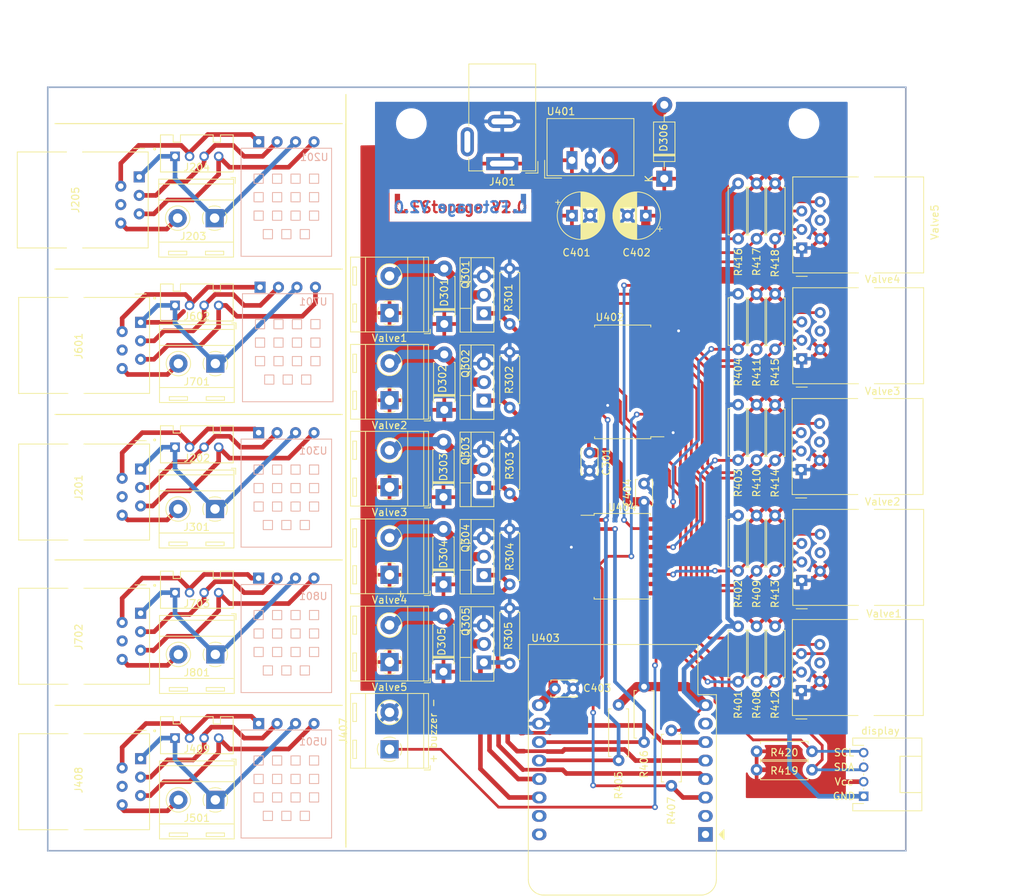
<source format=kicad_pcb>
(kicad_pcb (version 20211014) (generator pcbnew)
  (layers (0 "F.Cu" signal) (31 "B.Cu" signal) (34 "B.Paste" user) (35 "F.Paste" user) (36 "B.SilkS" user "B.Silkscreen") (37 "F.SilkS" user "F.Silkscreen") (38 "B.Mask" user) (39 "F.Mask" user) (44 "Edge.Cuts" user))
  (net 0 "")
  (net 1 "/Main board/s1")
  (net 2 "/Main board/s2")
  (net 3 "+3V3")
  (net 4 "GND")
  (net 5 "/Main board/s3")
  (net 6 "Net-(D306-Pad2)")
  (net 7 "/Main board/s4")
  (net 8 "Net-(J402-Pad3)")
  (net 9 "Net-(R405-Pad1)")
  (net 10 "/Main board/b1")
  (net 11 "/Main board/v1")
  (net 12 "/Main board/v2")
  (net 13 "/Main board/v3")
  (net 14 "/Main board/v4")
  (net 15 "/Main board/v5")
  (net 16 "Net-(R406-Pad1)")
  (net 17 "Net-(R407-Pad1)")
  (net 18 "Net-(J402-Pad4)")
  (net 26 "+5V")
  (net 27 "/12VA")
  (net 28 "Net-(D301-Pad2)")
  (net 29 "Net-(D302-Pad2)")
  (net 30 "Net-(D303-Pad2)")
  (net 31 "Net-(D304-Pad2)")
  (net 32 "Net-(D305-Pad2)")
  (net 33 "Net-(J201-Pad2)")
  (net 34 "Net-(J201-Pad3)")
  (net 36 "Net-(J201-Pad5)")
  (net 37 "Net-(J201-Pad6)")
  (net 38 "Net-(J403-Pad3)")
  (net 39 "Net-(J403-Pad5)")
  (net 41 "Net-(J404-Pad3)")
  (net 43 "Net-(J404-Pad5)")
  (net 44 "Net-(J405-Pad3)")
  (net 46 "Net-(J405-Pad5)")
  (net 47 "Net-(J408-Pad2)")
  (net 49 "Net-(J408-Pad3)")
  (net 50 "Net-(J406-Pad3)")
  (net 52 "Net-(J406-Pad5)")
  (net 53 "Net-(J408-Pad5)")
  (net 54 "Net-(J408-Pad6)")
  (net 56 "Net-(J601-Pad2)")
  (net 57 "Net-(J601-Pad3)")
  (net 58 "Net-(J601-Pad5)")
  (net 60 "Net-(J601-Pad6)")
  (net 61 "/Cabinet/shield")
  (net 62 "/Cabinet1/shield")
  (net 63 "/Cabinet2/shield")
  (net 64 "/Cabinet3/shield")
  (net 65 "Net-(J410-Pad3)")
  (net 70 "Net-(J702-Pad2)")
  (net 71 "Net-(J702-Pad3)")
  (net 72 "Net-(J702-Pad5)")
  (net 73 "Net-(J702-Pad6)")
  (net 74 "/Cabinet4/shield")
  (net 75 "Net-(J203-Pad2)")
  (net 76 "Net-(J204-Pad2)")
  (net 77 "Net-(J204-Pad3)")
  (net 78 "Net-(J204-Pad4)")
  (net 81 "/Main board/s5")
  (net 82 "Net-(J410-Pad5)")
  (footprint "MountingHole:MountingHole_3.2mm_M3" (layer "F.Cu") (at 164 156)
    (fp_text reference "H303" hide)
    (fp_text value "MountingHole")
  )
  (footprint "Converter_DCDC:Converter_DCDC_TRACO_TSR-1_THT" (layer "F.Cu") (at 132.08 66.04)
    (fp_text reference "U401")
    (fp_text value "TSR_1-2450")
  )
  (footprint "Package_TO_SOT_THT:TO-220-3_Vertical" (layer "F.Cu") (at 119.973 123.094 90)
    (fp_text reference "Q304")
    (fp_text value "IRLZ34N")
  )
  (footprint "Resistor_THT:R_Axial_DIN0207_L6.3mm_D2.5mm_P7.62mm_Horizontal" (layer "F.Cu") (at 157.48 84.455 -90)
    (fp_text reference "R411")
    (fp_text value "4k7")
  )
  (footprint "Resistor_THT:R_Axial_DIN0207_L6.3mm_D2.5mm_P7.62mm_Horizontal" (layer "F.Cu") (at 165.1 147.32 180)
    (fp_text reference "R420")
    (fp_text value "4k7")
  )
  (footprint "TerminalBlock_RND:TerminalBlock_RND_205-00287_1x02_P5.08mm_Horizontal" (layer "F.Cu") (at 107 111 90)
    (fp_text reference "J305" hide)
    (fp_text value "Valve3")
  )
  (footprint "Connector_RJ:RJ12_Amphenol_54601" (layer "F.Cu") (at 163.68 123.82 90)
    (fp_text reference "J404" hide)
    (fp_text value "Valve2")
  )
  (footprint "Resistor_THT:R_Axial_DIN0207_L6.3mm_D2.5mm_P7.62mm_Horizontal" (layer "F.Cu") (at 165.1 149.86 180)
    (fp_text reference "R419")
    (fp_text value "4k7")
  )
  (footprint "Capacitor_THT:C_Disc_D3.4mm_W2.1mm_P2.50mm" (layer "F.Cu") (at 134.5 106.25 -90)
    (fp_text reference "C301")
    (fp_text value "22n")
  )
  (footprint "TerminalBlock_RND:TerminalBlock_RND_205-00287_1x02_P5.08mm_Horizontal" (layer "F.Cu") (at 82.945 74 180)
    (fp_text reference "J203")
    (fp_text value "Screw_Terminal_01x02")
  )
  (footprint "Resistor_THT:R_Axial_DIN0207_L6.3mm_D2.5mm_P7.62mm_Horizontal" (layer "F.Cu") (at 154.94 137.755 90)
    (fp_text reference "R401")
    (fp_text value "10k")
  )
  (footprint "Package_TO_SOT_THT:TO-220-3_Vertical" (layer "F.Cu") (at 119.973 87.094 90)
    (fp_text reference "Q301")
    (fp_text value "IRLZ34N")
  )
  (footprint "Connector_RJ:RJ12_Amphenol_54601" (layer "F.Cu") (at 72.58 68.33 -90)
    (fp_text reference "J205")
    (fp_text value "6P6C")
  )
  (footprint "Resistor_THT:R_Axial_DIN0207_L6.3mm_D2.5mm_P7.62mm_Horizontal" (layer "F.Cu") (at 154.94 122.515 90)
    (fp_text reference "R402")
    (fp_text value "10k")
  )
  (footprint "Resistor_THT:R_Axial_DIN0207_L6.3mm_D2.5mm_P7.62mm_Horizontal" (layer "F.Cu") (at 154.94 76.835 90)
    (fp_text reference "R416")
    (fp_text value "10k")
  )
  (footprint "TerminalBlock_RND:TerminalBlock_RND_205-00287_1x02_P5.08mm_Horizontal" (layer "F.Cu") (at 83.045 94 180)
    (fp_text reference "J701")
    (fp_text value "Screw_Terminal_01x02")
  )
  (footprint "Diode_THT:D_DO-41_SOD81_P7.62mm_Horizontal" (layer "F.Cu") (at 114.416 112.364 90)
    (fp_text reference "D303")
    (fp_text value "1N4007")
  )
  (footprint "TerminalBlock_RND:TerminalBlock_RND_205-00287_1x02_P5.08mm_Horizontal" (layer "F.Cu") (at 107 123.045 90)
    (fp_text reference "J306" hide)
    (fp_text value "Valve4")
  )
  (footprint "Connector_RJ:RJ12_Amphenol_54601" (layer "F.Cu") (at 72.77 128.33 -90)
    (fp_text reference "J702")
    (fp_text value "6P6C")
  )
  (footprint "Package_SO:SOIC-24W_7.5x15.4mm_P1.27mm" (layer "F.Cu") (at 139.065 96.52 180)
    (fp_text reference "U402")
    (fp_text value "PCA9548ADW")
  )
  (footprint "TerminalBlock_RND:TerminalBlock_RND_205-00287_1x02_P5.08mm_Horizontal" (layer "F.Cu") (at 107 87.045 90)
    (fp_text reference "J303" hide)
    (fp_text value "Valve1")
  )
  (footprint "Resistor_THT:R_Axial_DIN0207_L6.3mm_D2.5mm_P7.62mm_Horizontal" (layer "F.Cu") (at 160.02 99.695 -90)
    (fp_text reference "R414")
    (fp_text value "4k7")
  )
  (footprint "Resistor_THT:R_Axial_DIN0207_L6.3mm_D2.5mm_P7.62mm_Horizontal" (layer "F.Cu") (at 138.5 148.56 90)
    (fp_text reference "R405")
    (fp_text value "4k7")
  )
  (footprint "Resistor_THT:R_Axial_DIN0207_L6.3mm_D2.5mm_P7.62mm_Horizontal" (layer "F.Cu") (at 157.48 69.215 -90)
    (fp_text reference "R417")
    (fp_text value "4k7")
  )
  (footprint "NVH_Library:grove_4p_vert" (layer "F.Cu") (at 80.5 86)
    (fp_text reference "J602")
    (fp_text value "I2C")
  )
  (footprint "TerminalBlock_RND:TerminalBlock_RND_205-00287_1x02_P5.08mm_Horizontal" (layer "F.Cu") (at 107 135.045 90)
    (fp_text reference "J307" hide)
    (fp_text value "Valve5")
  )
  (footprint "Diode_THT:D_DO-41_SOD81_P10.16mm_Horizontal" (layer "F.Cu") (at 144.78 68.58 90)
    (fp_text reference "D306")
    (fp_text value "1N5817")
  )
  (footprint "Diode_THT:D_DO-41_SOD81_P7.62mm_Horizontal" (layer "F.Cu") (at 114.528 88.554 90)
    (fp_text reference "D301")
    (fp_text value "1N4007")
  )
  (footprint "Resistor_THT:R_Axial_DIN0207_L6.3mm_D2.5mm_P7.62mm_Horizontal" (layer "F.Cu") (at 123.528 111.864 90)
    (fp_text reference "R303")
    (fp_text value "4k7")
  )
  (footprint "Capacitor_THT:C_Disc_D3.4mm_W2.1mm_P2.50mm" (layer "F.Cu") (at 129.75 138.684)
    (fp_text reference "C403")
    (fp_text value "22n")
  )
  (footprint "Connector_RJ:RJ12_Amphenol_54601" (layer "F.Cu") (at 72.77 148.33 -90)
    (fp_text reference "J408")
    (fp_text value "6P6C")
  )
  (footprint "TerminalBlock_RND:TerminalBlock_RND_205-00287_1x02_P5.08mm_Horizontal" (layer "F.Cu") (at 83 114 180)
    (fp_text reference "J301")
    (fp_text value "Screw_Terminal_01x02")
  )
  (footprint "Resistor_THT:R_Axial_DIN0207_L6.3mm_D2.5mm_P7.62mm_Horizontal" (layer "F.Cu") (at 160.02 69.215 -90)
    (fp_text reference "R418")
    (fp_text value "4k7")
  )
  (footprint "NVH_Library:Lilis" (layer "F.Cu") (at 108.5 72)
    (fp_text reference "G***" hide)
    (fp_text value "LOGO" hide)
  )
  (footprint "Resistor_THT:R_Axial_DIN0207_L6.3mm_D2.5mm_P7.62mm_Horizontal" (layer "F.Cu") (at 123.528 100.054 90)
    (fp_text reference "R302")
    (fp_text value "4k7")
  )
  (footprint "NVH_Library:grove_4p_vert" (layer "F.Cu") (at 80.5 65.5)
    (fp_text reference "J204")
    (fp_text value "I2C")
  )
  (footprint "Package_TO_SOT_THT:TO-220-3_Vertical" (layer "F.Cu") (at 119.973 99.094 90)
    (fp_text reference "Q302")
    (fp_text value "IRLZ34N")
  )
  (footprint "Resistor_THT:R_Axial_DIN0207_L6.3mm_D2.5mm_P7.62mm_Horizontal" (layer "F.Cu") (at 157.48 99.655 -90)
    (fp_text reference "R410")
    (fp_text value "4k7")
  )
  (footprint "TerminalBlock_RND:TerminalBlock_RND_205-00287_1x02_P5.08mm_Horizontal" (layer "F.Cu") (at 107 147.045 90)
    (fp_text reference "J407")
    (fp_text value "+ buzzer -")
  )
  (footprint "Resistor_THT:R_Axial_DIN0207_L6.3mm_D2.5mm_P7.62mm_Horizontal" (layer "F.Cu") (at 154.94 107.275 90)
    (fp_text reference "R403")
    (fp_text value "10k")
  )
  (footprint "Package_TO_SOT_THT:TO-220-3_Vertical" (layer "F.Cu") (at 119.973 111.094 90)
    (fp_text reference "Q303")
    (fp_text value "IRLZ34N")
  )
  (footprint "Capacitor_THT:CP_Radial_D6.3mm_P2.50mm" (layer "F.Cu") (at 142.24 73.66 180)
    (fp_text reference "C402")
    (fp_text value "10uF/10V")
  )
  (footprint "Diode_THT:D_DO-41_SOD81_P7.62mm_Horizontal" (layer "F.Cu") (at 114.528 100.364 90)
    (fp_text reference "D302")
    (fp_text value "1N4007")
  )
  (footprint "Package_SO:SOIC-18W_7.5x11.6mm_P1.27mm" (layer "F.Cu") (at 139 120.5)
    (fp_text reference "U404")
    (fp_text value "MCP23008-xSO")
  )
  (footprint "Capacitor_THT:C_Disc_D3.4mm_W2.1mm_P2.50mm" (layer "F.Cu") (at 142 113 90)
    (fp_text reference "C404")
    (fp_text value "22n")
  )
  (footprint "Resistor_THT:R_Axial_DIN0207_L6.3mm_D2.5mm_P7.62mm_Horizontal" (layer "F.Cu") (at 160.02 130.135 -90)
    (fp_text reference "R412")
    (fp_text value "4k7")
  )
  (footprint "Resistor_THT:R_Axial_DIN0207_L6.3mm_D2.5mm_P7.62mm_Horizontal" (layer "F.Cu") (at 160.02 114.895 -90)
    (fp_text reference "R413")
    (fp_text value "4k7")
  )
  (footprint "Resistor_THT:R_Axial_DIN0207_L6.3mm_D2.5mm_P7.62mm_Horizontal" (layer "F.Cu") (at 123.528 88.554 90)
    (fp_text reference "R301")
    (fp_text value "4k7")
  )
  (footprint "NVH_Library:grove_4p_vert" (layer "F.Cu") (at 80.5 105.5)
    (fp_text reference "J202")
    (fp_text value "I2C")
  )
  (footprint "Resistor_THT:R_Axial_DIN0207_L6.3mm_D2.5mm_P7.62mm_Horizontal" (layer "F.Cu") (at 157.48 114.895 -90)
    (fp_text reference "R409")
    (fp_text value "4k7")
  )
  (footprint "Connector_BarrelJack:BarrelJack_Wuerth_6941xx301002" (layer "F.Cu") (at 122.5 66.5 180)
    (fp_text reference "J401")
    (fp_text value "Barrel_Jack_Switch")
  )
  (footprint "NVH_Library:grove_4p_vert" (layer "F.Cu") (at 80.5 125.5)
    (fp_text reference "J703")
    (fp_text value "I2C")
  )
  (footprint "Connector_RJ:RJ12_Amphenol_54601" (layer "F.Cu") (at 163.68 78.1 90)
    (fp_text reference "J410" hide)
    (fp_text value "Valve5")
  )
  (footprint "NVH_Library:grove_4p_hor" (layer "F.Cu") (at 172.2 150.5 90)
    (fp_text reference "J402" hide)
    (fp_text value "display")
  )
  (footprint "NVH_Library:grove_4p_vert" (layer "F.Cu") (at 80.5 145.5)
    (fp_text reference "J409")
    (fp_text value "I2C")
  )
  (footprint "Resistor_THT:R_Axial_DIN0207_L6.3mm_D2.5mm_P7.62mm_Horizontal" (layer "F.Cu") (at 123.528 135.255 90)
    (fp_text reference "R305")
    (fp_text value "4k7")
  )
  (footprint "Resistor_THT:R_Axial_DIN0207_L6.3mm_D2.5mm_P7.62mm_Horizontal" (layer "F.Cu") (at 157.48 130.135 -90)
    (fp_text reference "R408")
    (fp_text value "4k7")
  )
  (footprint "TerminalBlock_RND:TerminalBlock_RND_205-00287_1x02_P5.08mm_Horizontal" (layer "F.Cu") (at 107 99.045 90)
    (fp_text reference "J304" hide)
    (fp_text value "Valve2")
  )
  (footprint "Connector_RJ:RJ12_Amphenol_54601" (layer "F.Cu") (at 72.77 108.5 -90)
    (fp_text reference "J201")
    (fp_text value "6P6C")
  )
  (footprint "Connector_RJ:RJ12_Amphenol_54601" (layer "F.Cu") (at 163.68 93.34 90)
    (fp_text reference "J406" hide)
    (fp_text value "Valve4")
  )
  (footprint "Connector_RJ:RJ12_Amphenol_54601" (layer "F.Cu") (at 163.63 138.97 90)
    (fp_text reference "J403" hide)
    (fp_text value "Valve1")
  )
  (footprint "TerminalBlock_RND:TerminalBlock_RND_205-00287_1x02_P5.08mm_Horizontal" (layer "F.Cu") (at 83.045 154 180)
    (fp_text reference "J501")
    (fp_text value "Screw_Terminal_01x02")
  )
  (footprint "Resistor_THT:R_Axial_DIN0207_L6.3mm_D2.5mm_P7.62mm_Horizontal" (layer "F.Cu") (at 145.75 152.06 90)
    (fp_text reference "R407")
    (fp_text value "10k")
  )
  (footprint "Module:WEMOS_D1_mini_light" (layer "F.Cu") (at 150.445 158.75 180)
    (fp_text reference "U403")
    (fp_text value "WeMos_D1_mini V3")
  )
  (footprint "Resistor_THT:R_Axial_DIN0207_L6.3mm_D2.5mm_P7.62mm_Horizontal" (layer "F.Cu") (at 160.02 84.415 -90)
    (fp_text reference "R415")
    (fp_text value "4k7")
  )
  (footprint "MountingHole:MountingHole_3.2mm_M3" (layer "F.Cu") (at 164 61)
    (fp_text reference "H302" hide)
    (fp_text value "MountingHole")
  )
  (footprint "Diode_THT:D_DO-41_SOD81_P7.62mm_Horizontal" (layer "F.Cu") (at 114.416 124.364 90)
    (fp_text reference "D304")
    (fp_text value "1N4007")
  )
  (footprint "Resistor_THT:R_Axial_DIN0207_L6.3mm_D2.5mm_P7.62mm_Horizontal" (layer "F.Cu") (at 123.528 124.364 90)
    (fp_text reference "R304")
    (fp_text value "4k7")
  )
  (footprint "MountingHole:MountingHole_3.2mm_M3" (layer "F.Cu") (at 110 61)
    (fp_text reference "H301" hide)
    (fp_text value "MountingHole")
  )
  (footprint "Resistor_THT:R_Axial_DIN0207_L6.3mm_D2.5mm_P7.62mm_Horizontal" (layer "F.Cu") (at 142 146.05 90)
    (fp_text reference "R406")
    (fp_text value "4k7")
  )
  (footprint "Capacitor_THT:CP_Radial_D6.3mm_P2.50mm" (layer "F.Cu") (at 132.08 73.66)
    (fp_text reference "C401")
    (fp_text value "10uF/50V")
  )
  (footprint "Connector_RJ:RJ12_Amphenol_54601" (layer "F.Cu") (at 163.6 108.58 90)
    (fp_text reference "J405" hide)
    (fp_text value "Valve3")
  )
  (footprint "Resistor_THT:R_Axial_DIN0207_L6.3mm_D2.5mm_P7.62mm_Horizontal" (layer "F.Cu") (at 154.94 92.035 90)
    (fp_text reference "R404")
    (fp_text value "10k")
  )
  (footprint "Diode_THT:D_DO-41_SOD81_P7.62mm_Horizontal" (layer "F.Cu") (at 114.416 136.364 90)
    (fp_text reference "D305")
    (fp_text value "1N4007")
  )
  (footprint "MountingHole:MountingHole_3.2mm_M3" (layer "F.Cu") (at 110 156)
    (fp_text reference "H304" hide)
    (fp_text value "MountingHole")
  )
  (footprint "TerminalBlock_RND:TerminalBlock_RND_205-00287_1x02_P5.08mm_Horizontal" (layer "F.Cu") (at 83.045 134 180)
    (fp_text reference "J801")
    (fp_text value "Screw_Terminal_01x02")
  )
  (footprint "Connector_RJ:RJ12_Amphenol_54601" (layer "F.Cu") (at 72.77 88.33 -90)
    (fp_text reference "J601")
    (fp_text value "6P6C")
  )
  (footprint "Package_TO_SOT_THT:TO-220-3_Vertical" (layer "F.Cu") (at 119.973 135.094 90)
    (fp_text reference "Q305")
    (fp_text value "IRLZ34N")
  )
  (footprint "NVH_Library:Lilis" (layer "B.Cu") (at 125 72 180)
    (fp_text reference "G***" hide)
    (fp_text value "LOGO" hide)
  )
  (footprint "NVH_Library:AM2320_horizontal" (layer "B.Cu") (at 89 63.5 -90)
    (fp_text reference "U201")
    (fp_text value "AM2320")
  )
  (footprint "NVH_Library:AM2320_horizontal" (layer "B.Cu") (at 89 103.5 -90)
    (fp_text reference "U301")
    (fp_text value "AM2320")
  )
  (footprint "NVH_Library:AM2320_horizontal" (layer "B.Cu") (at 89.19 83.5 -90)
    (fp_text reference "U701")
    (fp_text value "AM2320")
  )
  (footprint "NVH_Library:AM2320_horizontal" (layer "B.Cu") (at 89 123.5 -90)
    (fp_text reference "U801")
    (fp_text value "AM2320")
  )
  (footprint "NVH_Library:AM2320_horizontal" (layer "B.Cu") (at 89 143.5 -90)
    (fp_text reference "U501")
    (fp_text value "AM2320")
  )
  (gr_line (start 178 161) (end 60 161) (layer "F.Cu") (width 0.2))
  (gr_line (start 178 56) (end 178 161) (layer "F.Cu") (width 0.2))
  (gr_line (start 60 56) (end 178 56) (layer "F.Cu") (width 0.2))
  (gr_line (start 60 161) (end 60 56) (layer "F.Cu") (width 0.2))
  (gr_line (start 178 56) (end 178 161) (layer "B.Cu") (width 0.2))
  (gr_line (start 178 161) (end 60 161) (layer "B.Cu") (width 0.2))
  (gr_line (start 60 161) (end 60 56) (layer "B.Cu") (width 0.2))
  (gr_line (start 60 56) (end 178 56) (layer "B.Cu") (width 0.2))
  (gr_line (start 61 101) (end 100.5 101) (layer "F.SilkS") (width 0.15))
  (gr_line (start 61 141) (end 100.5 141) (layer "F.SilkS") (width 0.15))
  (gr_line (start 101 61) (end 101 160.5) (layer "F.SilkS") (width 0.15))
  (gr_line (start 101 57) (end 101 160) (layer "F.SilkS") (width 0.15))
  (gr_line (start 61 61) (end 100.5 61) (layer "F.SilkS") (width 0.15))
  (gr_line (start 61 81) (end 100.5 81) (layer "F.SilkS") (width 0.15))
  (gr_line (start 61 121) (end 100.5 121) (layer "F.SilkS") (width 0.15))
  (gr_line (start 178 56) (end 60 56) (layer "Edge.Cuts") (width 0.1))
  (gr_line (start 60 161) (end 178 161) (layer "Edge.Cuts") (width 0.1))
  (gr_line (start 60 56) (end 60 161) (layer "Edge.Cuts") (width 0.1))
  (gr_line (start 178 161) (end 178 56) (layer "Edge.Cuts") (width 0.1))
  (gr_text "FStorage V2.0" (at 118 72.5) (layer "F.Cu") (effects (font (size 1.5 1.5) (thickness 0.3))))
  (gr_text "FStorage V2.0" (at 115.5 72.5) (layer "B.Cu") (effects (font (size 1.5 1.5) (thickness 0.3)) (justify mirror)))
  (gr_text "Vcc" (at 169.5 151.5) (layer "F.SilkS") (effects (font (size 1 1))))
  (gr_text "GND" (at 169.5 153.5) (layer "F.SilkS") (effects (font (size 1 1))))
  (gr_text "SDA" (at 169.5 149.5) (layer "F.SilkS") (effects (font (size 1 1))))
  (gr_text "SCL" (at 169.5 147.5) (layer "F.SilkS") (effects (font (size 1 1))))
  (gr_text "+ buzzer -" (at 113 144.5 90) (layer "F.SilkS") (effects (font (size 1 1))))
  (gr_text "+" (at 108.528 125.594) (layer "F.SilkS") (effects (font (size 1 1))))
  (segment (start 146.25 125) (end 145.56 124.31) (width 0.381) (layer "F.Cu") (net 1))
  (segment (start 145.56 124.31) (end 143.65 124.31) (width 0.381) (layer "F.Cu") (net 1))
  (segment (start 160.075 132.62) (end 154.94 137.755) (width 0.381) (layer "F.Cu") (net 1))
  (segment (start 146.25 133.25) (end 146.25 125) (width 0.381) (layer "F.Cu") (net 1))
  (segment (start 166.17 132.62) (end 160.075 132.62) (width 0.381) (layer "F.Cu") (net 1))
  (segment (start 150.75 137.75) (end 146.25 133.25) (width 0.381) (layer "F.Cu") (net 1))
  (via (at 150.75 137.75) (size 0.8) (drill 0.4) (layers "F.Cu" "B.Cu") (net 1))
  (segment (start 152.355 137.75) (end 152.4 137.795) (width 0.381) (layer "B.Cu") (net 1))
  (segment (start 152.4 137.795) (end 154.9 137.795) (width 0.381) (layer "B.Cu") (net 1))
  (segment (start 154.9 137.795) (end 154.94 137.755) (width 0.381) (layer "B.Cu") (net 1))
  (segment (start 150.75 137.75) (end 152.355 137.75) (width 0.381) (layer "B.Cu") (net 1))
  (segment (start 151.765 122.515) (end 151.75 122.5) (width 0.381) (layer "F.Cu") (net 2))
  (segment (start 151.75 122.5) (end 152.345 122.5) (width 0.381) (layer "F.Cu") (net 2))
  (segment (start 159.985 117.47) (end 154.94 122.515) (width 0.381) (layer "F.Cu") (net 2))
  (segment (start 152.345 122.5) (end 152.4 122.555) (width 0.381) (layer "F.Cu") (net 2))
  (segment (start 146 123) (end 143.69 123) (width 0.381) (layer "F.Cu") (net 2))
  (segment (start 143.69 123) (end 143.65 123.04) (width 0.381) (layer "F.Cu") (net 2))
  (segment (start 154.94 122.515) (end 151.765 122.515) (width 0.381) (layer "F.Cu") (net 2))
  (segment (start 166.22 117.47) (end 159.985 117.47) (width 0.381) (layer "F.Cu") (net 2))
  (via (at 151.75 122.5) (size 0.8) (drill 0.4) (layers "F.Cu" "B.Cu") (net 2))
  (via (at 146 123) (size 0.8) (drill 0.4) (layers "F.Cu" "B.Cu") (net 2))
  (segment (start 151.75 122.5) (end 151.695 122.555) (width 0.381) (layer "B.Cu") (net 2))
  (segment (start 151.695 122.555) (end 146.445 122.555) (width 0.381) (layer "B.Cu") (net 2))
  (segment (start 146.445 122.555) (end 146 123) (width 0.381) (layer "B.Cu") (net 2))
  (segment (start 154.94 122.515) (end 154.515 122.515) (width 0.381) (layer "B.Cu") (net 2))
  (segment (start 154.515 122.515) (end 154.5 122.5) (width 0.381) (layer "B.Cu") (net 2))
  (segment (start 150.38 140.97) (end 150.445 140.97) (width 0.381) (layer "F.Cu") (net 3))
  (segment (start 145.75 144.44) (end 146.91 144.44) (width 0.381) (layer "F.Cu") (net 3))
  (segment (start 134.415 106.165) (end 134.5 106.25) (width 0.508) (layer "F.Cu") (net 3))
  (segment (start 146.91 144.44) (end 150.38 140.97) (width 0.381) (layer "F.Cu") (net 3))
  (segment (start 143.65 113.9) (end 142.76 113.01) (width 0.381) (layer "F.Cu") (net 3))
  (segment (start 134.415 103.505) (end 134.415 106.165) (width 0.508) (layer "F.Cu") (net 3))
  (segment (start 142 113) (end 140 113) (width 1.27) (layer "F.Cu") (net 3))
  (segment (start 147.905 138.43) (end 150.445 140.97) (width 1.27) (layer "F.Cu") (net 3))
  (segment (start 143.65 115.42) (end 143.65 113.9) (width 0.381) (layer "F.Cu") (net 3))
  (segment (start 142 138.43) (end 141.01 138.43) (width 1.27) (layer "F.Cu") (net 3))
  (segment (start 138.5 111.5) (end 138.5 108) (width 1.27) (layer "F.Cu") (net 3))
  (segment (start 136.75 106.25) (end 134.5 106.25) (width 1.27) (layer "F.Cu") (net 3))
  (segment (start 140 113) (end 138.5 111.5) (width 1.27) (layer "F.Cu") (net 3))
  (segment (start 142.76 113.01) (end 141.605 113.01) (width 0.381) (layer "F.Cu") (net 3))
  (segment (start 141.01 138.43) (end 138.5 140.94) (width 1.27) (layer "F.Cu") (net 3))
  (segment (start 142 138.43) (end 147.905 138.43) (width 1.27) (layer "F.Cu") (net 3))
  (segment (start 138.5 108) (end 136.75 106.25) (width 1.27) (layer "F.Cu") (net 3))
  (segment (start 154.635 130.135) (end 154.94 130.135) (width 0.635) (layer "B.Cu") (net 3))
  (segment (start 147.5 136) (end 147.5 139.095) (width 0.635) (layer "B.Cu") (net 3))
  (segment (start 147.5 139.095) (end 149.375 140.97) (width 0.635) (layer "B.Cu") (net 3))
  (segment (start 154.94 69.215) (end 153.5 70.655) (width 0.635) (layer "B.Cu") (net 3))
  (segment (start 153.365 130.135) (end 147.5 136) (width 0.635) (layer "B.Cu") (net 3))
  (segment (start 142 138.43) (end 142 113) (width 1.27) (layer "B.Cu") (net 3))
  (segment (start 154.94 130.135) (end 153.365 130.135) (width 0.635) (layer "B.Cu") (net 3))
  (segment (start 153.585 84.415) (end 154.94 84.415) (width 0.635) (layer "B.Cu") (net 3))
  (segment (start 153.5 70.655) (end 153.5 84.5) (width 0.635) (layer "B.Cu") (net 3))
  (segment (start 153.5 99.5) (end 153.655 99.655) (width 0.635) (layer "B.Cu") (net 3))
  (segment (start 153.5 115) (end 153.5 129) (width 0.635) (layer "B.Cu") (net 3))
  (segment (start 153.5 129) (end 154.635 130.135) (width 0.635) (layer "B.Cu") (net 3))
  (segment (start 154.94 114.895) (end 153.605 114.895) (width 0.635) (layer "B.Cu") (net 3))
  (segment (start 153.5 84.5) (end 153.5 99.5) (width 0.635) (layer "B.Cu") (net 3))
  (segment (start 153.5 84.5) (end 153.585 84.415) (width 0.635) (layer "B.Cu") (net 3))
  (segment (start 153.605 114.895) (end 153.5 115) (width 0.635) (layer "B.Cu") (net 3))
  (segment (start 153.5 99.5) (end 153.5 115) (width 0.635) (layer "B.Cu") (net 3))
  (segment (start 153.655 99.655) (end 154.94 99.655) (width 0.635) (layer "B.Cu") (net 3))
  (segment (start 132.5 120.5) (end 132 121) (width 0.381) (layer "F.Cu") (net 4))
  (segment (start 132 121) (end 132 125) (width 0.381) (layer "F.Cu") (net 4))
  (segment (start 134.35 120.5) (end 134.35 119.23) (width 0.381) (layer "F.Cu") (net 4))
  (segment (start 136.945 99.695) (end 134.415 99.695) (width 0.381) (layer "F.Cu") (net 4))
  (segment (start 146.715 89.535) (end 146.75 89.5) (width 0.508) (layer "F.Cu") (net 4))
  (segment (start 134.35 117.96) (end 134.35 119.23) (width 0.381) (layer "F.Cu") (net 4))
  (segment (start 132 125) (end 132.58 125.58) (width 0.381) (layer "F.Cu") (net 4))
  (segment (start 143.715 102.235) (end 143.715 103.505) (width 0.381) (layer "F.Cu") (net 4))
  (segment (start 137 99.75) (end 136.945 99.695) (width 0.381) (layer "F.Cu") (net 4))
  (segment (start 145.995 103.505) (end 146 103.5) (width 0.381) (layer "F.Cu") (net 4))
  (segment (start 134.35 119.23) (end 132.02 119.23) (width 0.381) (layer "F.Cu") (net 4))
  (segment (start 132.02 119.23) (end 132 119.25) (width 0.381) (layer "F.Cu") (net 4))
  (segment (start 134.35 120.5) (end 132.5 120.5) (width 0.381) (layer "F.Cu") (net 4))
  (segment (start 143.715 89.535) (end 146.715 89.535) (width 0.508) (layer "F.Cu") (net 4))
  (segment (start 132.58 125.58) (end 134.35 125.58) (width 0.381) (layer "F.Cu") (net 4))
  (segment (start 143.715 103.505) (end 145.995 103.505) (width 0.381) (layer "F.Cu") (net 4))
  (via (at 146.75 89.5) (size 0.8) (drill 0.4) (layers "F.Cu" "B.Cu") (net 4))
  (via (at 132 119.25) (size 0.8) (drill 0.4) (layers "F.Cu" "B.Cu") (net 4))
  (via (at 146 103.5) (size 0.8) (drill 0.4) (layers "F.Cu" "B.Cu") (net 4))
  (via (at 137 99.75) (size 0.8) (drill 0.4) (layers "F.Cu" "B.Cu") (net 4))
  (segment (start 166 153.5) (end 172.2 153.5) (width 0.635) (layer "B.Cu") (net 4))
  (segment (start 162 142.8) (end 162 149.5) (width 0.635) (layer "B.Cu") (net 4))
  (segment (start 162 149.5) (end 166 153.5) (width 0.635) (layer "B.Cu") (net 4))
  (segment (start 163.63 138.97) (end 163.63 141.17) (width 0.635) (layer "B.Cu") (net 4))
  (segment (start 163.63 141.17) (end 162 142.8) (width 0.635) (layer "B.Cu") (net 4))
  (segment (start 166.14 102.23) (end 159.985 102.23) (width 0.381) (layer "F.Cu") (net 5))
  (segment (start 145.98 119.23) (end 146 119.25) (width 0.381) (layer "F.Cu") (net 5))
  (segment (start 143.65 119.23) (end 145.98 119.23) (width 0.381) (layer "F.Cu") (net 5))
  (segment (start 154.9 107.315) (end 154.94 107.275) (width 0.381) (layer "F.Cu") (net 5))
  (segment (start 159.985 102.23) (end 154.94 107.275) (width 0.381) (layer "F.Cu") (net 5))
  (segment (start 151.75 107.315) (end 154.9 107.315) (width 0.381) (layer "F.Cu") (net 5))
  (via (at 146 119.25) (size 0.8) (drill 0.4) (layers "F.Cu" "B.Cu") (net 5))
  (via (at 151.75 107.315) (size 0.8) (drill 0.4) (layers "F.Cu" "B.Cu") (net 5))
  (segment (start 149.75 115.5) (end 146 119.25) (width 0.381) (layer "B.Cu") (net 5))
  (segment (start 151.685 107.315) (end 149.75 109.25) (width 0.381) (layer "B.Cu") (net 5))
  (segment (start 149.75 109.25) (end 149.75 115.5) (width 0.381) (layer "B.Cu") (net 5))
  (segment (start 151.75 107.315) (end 151.685 107.315) (width 0.381) (layer "B.Cu") (net 5))
  (segment (start 137.16 66.04) (end 144.78 58.42) (width 2.032) (layer "F.Cu") (net 6))
  (segment (start 146 113) (end 146 117) (width 0.381) (layer "F.Cu") (net 7))
  (segment (start 151.25 92) (end 151.285 92.035) (width 0.381) (layer "F.Cu") (net 7))
  (segment (start 145.04 117.96) (end 143.65 117.96) (width 0.381) (layer "F.Cu") (net 7))
  (segment (start 159.985 86.99) (end 154.94 92.035) (width 0.381) (layer "F.Cu") (net 7))
  (segment (start 151.285 92.035) (end 154.94 92.035) (width 0.381) (layer "F.Cu") (net 7))
  (segment (start 166.22 86.99) (end 159.985 86.99) (width 0.381) (layer "F.Cu") (net 7))
  (segment (start 146 117) (end 145.04 117.96) (width 0.381) (layer "F.Cu") (net 7))
  (via (at 146 113) (size 0.8) (drill 0.4) (layers "F.Cu" "B.Cu") (net 7))
  (via (at 151.25 92) (size 0.8) (drill 0.4) (layers "F.Cu" "B.Cu") (net 7))
  (segment (start 149.5 93.75) (end 149.5 104.5) (width 0.381) (layer "B.Cu") (net 7))
  (segment (start 149.5 104.5) (end 146 108) (width 0.381) (layer "B.Cu") (net 7))
  (segment (start 151.25 92) (end 149.5 93.75) (width 0.381) (layer "B.Cu") (net 7))
  (segment (start 146 108) (end 146 113) (width 0.381) (layer "B.Cu") (net 7))
  (segment (start 166.5 146.5) (end 166.5 148.46) (width 0.381) (layer "F.Cu") (net 8))
  (segment (start 134.415 97.155) (end 138.155 97.155) (width 0.381) (layer "F.Cu") (net 8))
  (segment (start 152.75 140.25) (end 157.25 144.75) (width 0.381) (layer "F.Cu") (net 8))
  (segment (start 157.25 144.75) (end 164.75 144.75) (width 0.381) (layer "F.Cu") (net 8))
  (segment (start 139.5 98.5) (end 139.5 101.5) (width 0.381) (layer "F.Cu") (net 8))
  (segment (start 146.25 110.285829) (end 147.75 111.785829) (width 0.381) (layer "F.Cu") (net 8))
  (segment (start 147.75 111.785829) (end 147.75 132.25) (width 0.381) (layer "F.Cu") (net 8))
  (segment (start 147.75 132.25) (end 152.75 137.25) (width 0.381) (layer "F.Cu") (net 8))
  (segment (start 166.5 148.46) (end 165.1 149.86) (width 0.381) (layer "F.Cu") (net 8))
  (segment (start 164.75 144.75) (end 166.5 146.5) (width 0.381) (layer "F.Cu") (net 8))
  (segment (start 139.5 101.5) (end 146.25 108.25) (width 0.381) (layer "F.Cu") (net 8))
  (segment (start 138.155 97.155) (end 139.5 98.5) (width 0.381) (layer "F.Cu") (net 8))
  (segment (start 146.25 108.25) (end 146.25 110.285829) (width 0.381) (layer "F.Cu") (net 8))
  (segment (start 152.75 137.25) (end 152.75 140.25) (width 0.381) (layer "F.Cu") (net 8))
  (segment (start 165.1 149.86) (end 171.84 149.86) (width 0.381) (layer "B.Cu") (net 8))
  (segment (start 171.84 149.86) (end 172.2 149.5) (width 0.381) (layer "B.Cu") (net 8))
  (segment (start 138.5 148.56) (end 127.615 148.56) (width 0.508) (layer "F.Cu") (net 9))
  (segment (start 136.75 115.5) (end 134.43 115.5) (width 0.508) (layer "F.Cu") (net 9))
  (segment (start 127.615 148.56) (end 127.585 148.59) (width 0.508) (layer "F.Cu") (net 9))
  (segment (start 134.43 115.5) (end 134.35 115.42) (width 0.508) (layer "F.Cu") (net 9))
  (segment (start 134.415 100.965) (end 136.215 100.965) (width 0.381) (layer "F.Cu") (net 9))
  (segment (start 136.215 100.965) (end 137 101.75) (width 0.381) (layer "F.Cu") (net 9))
  (via (at 137 101.75) (size 0.8) (drill 0.4) (layers "F.Cu" "B.Cu") (net 9))
  (via (at 136.75 115.5) (size 0.8) (drill 0.4) (layers "F.Cu" "B.Cu") (net 9))
  (segment (start 136.75 115.25) (end 137 115) (width 0.381) (layer "B.Cu") (net 9))
  (segment (start 136.75 142) (end 136.75 115.5) (width 0.508) (layer "B.Cu") (net 9))
  (segment (start 138.5 148.56) (end 138.5 143.75) (width 0.508) (layer "B.Cu") (net 9))
  (segment (start 137 115) (end 137 101.75) (width 0.381) (layer "B.Cu") (net 9))
  (segment (start 138.5 143.75) (end 136.75 142) (width 0.508) (layer "B.Cu") (net 9))
  (segment (start 136.75 115.5) (end 136.75 115.25) (width 0.381) (layer "B.Cu") (net 9))
  (segment (start 143.65 135.35) (end 143.65 125.58) (width 0.381) (layer "F.Cu") (net 10))
  (segment (start 114.045 147.045) (end 122 155) (width 0.381) (layer "F.Cu") (net 10))
  (segment (start 143.5 135.5) (end 143.65 135.35) (width 0.381) (layer "F.Cu") (net 10))
  (segment (start 107 147.045) (end 114.045 147.045) (width 0.381) (layer "F.Cu") (net 10))
  (segment (start 143.5 155) (end 122 155) (width 0.381) (layer "F.Cu") (net 10))
  (via (at 143.5 135.5) (size 0.8) (drill 0.4) (layers "F.Cu" "B.Cu") (net 10))
  (via (at 143.5 155) (size 0.8) (drill 0.4) (layers "F.Cu" "B.Cu") (net 10))
  (segment (start 143.5 148) (end 143.5 155) (width 0.381) (layer "B.Cu") (net 10))
  (segment (start 143.5 135.5) (end 143.5 148) (width 0.381) (layer "B.Cu") (net 10))
  (segment (start 144.5975 146.0975) (end 150.3975 146.0975) (width 0.635) (layer "F.Cu") (net 11))
  (segment (start 130.048 143.764) (end 142.264 143.764) (width 0.635) (layer "F.Cu") (net 11))
  (segment (start 124.75 144.5) (end 125.05 144.8) (width 0.635) (layer "F.Cu") (net 11))
  (segment (start 125.05 144.8) (end 125.4 144.8) (width 0.635) (layer "F.Cu") (net 11))
  (segment (start 124.5 144.25) (end 124.75 144.5) (width 0.635) (layer "F.Cu") (net 11))
  (segment (start 124.5 144) (end 124.5 144.25) (width 0.635) (layer "F.Cu") (net 11))
  (segment (start 125.42 144.78) (end 125.4 144.8) (width 0.508) (layer "F.Cu") (net 11))
  (segment (start 128 136.5) (end 124.5 140) (width 0.635) (layer "F.Cu") (net 11))
  (segment (start 128 93.026) (end 128 136.5) (width 0.635) (layer "F.Cu") (net 11))
  (segment (start 150.3975 146.0975) (end 150.445 146.05) (width 0.635) (layer "F.Cu") (net 11))
  (segment (start 142.264 143.764) (end 144.5975 146.0975) (width 0.635) (layer "F.Cu") (net 11))
  (segment (start 124.5 140) (end 124.5 144) (width 0.635) (layer "F.Cu") (net 11))
  (segment (start 123.528 88.554) (end 128 93.026) (width 0.635) (layer "F.Cu") (net 11))
  (segment (start 119.973 87.094) (end 122.068 87.094) (width 0.635) (layer "F.Cu") (net 11))
  (segment (start 129.032 144.78) (end 130.048 143.764) (width 0.635) (layer "F.Cu") (net 11))
  (segment (start 129.032 144.78) (end 125.42 144.78) (width 0.508) (layer "F.Cu") (net 11))
  (segment (start 122.068 87.094) (end 123.528 88.554) (width 0.635) (layer "F.Cu") (net 11))
  (segment (start 126.746 136.004) (end 126.746 103.272) (width 0.635) (layer "F.Cu") (net 12))
  (segment (start 128.7 147.35) (end 130.78 147.35) (width 0.635) (layer "F.Cu") (net 12))
  (segment (start 125.504 147.304) (end 128.654 147.304) (width 0.508) (layer "F.Cu") (net 12))
  (segment (start 139.316 147.066) (end 140.84 148.59) (width 0.635) (layer "F.Cu") (net 12))
  (segment (start 122.568 99.094) (end 123.528 100.054) (width 0.635) (layer "F.Cu") (net 12))
  (segment (start 126.746 103.272) (end 123.528 100.054) (width 0.635) (layer "F.Cu") (net 12))
  (segment (start 119.973 99.094) (end 122.568 99.094) (width 0.635) (layer "F.Cu") (net 12))
  (segment (start 131.064 147.066) (end 139.316 147.066) (width 0.635) (layer "F.Cu") (net 12))
  (segment (start 123.25 139.5) (end 126.746 136.004) (width 0.635) (layer "F.Cu") (net 12))
  (segment (start 140.84 148.59) (end 150.445 148.59) (width 0.635) (layer "F.Cu") (net 12))
  (segment (start 128.654 147.304) (end 128.7 147.35) (width 0.508) (layer "F.Cu") (net 12))
  (segment (start 124.55 147.3) (end 125.5 147.3) (width 0.635) (layer "F.Cu") (net 12))
  (segment (start 125.5 147.3) (end 125.504 147.304) (width 0.508) (layer "F.Cu") (net 12))
  (segment (start 130.78 147.35) (end 131.064 147.066) (width 0.635) (layer "F.Cu") (net 12))
  (segment (start 124.55 147.3) (end 123.25 146) (width 0.635) (layer "F.Cu") (net 12))
  (segment (start 123.25 146) (end 123.25 139.5) (width 0.635) (layer "F.Cu") (net 12))
  (segment (start 149.683 150.368) (end 150.445 151.13) (width 0.635) (layer "F.Cu") (net 13))
  (segment (start 122.758 111.094) (end 123.528 111.864) (width 0.635) (layer "F.Cu") (net 13))
  (segment (start 130.81 149.86) (end 131.318 150.368) (width 0.635) (layer "F.Cu") (net 13))
  (segment (start 125.5 135.5) (end 122 139) (width 0.635) (layer "F.Cu") (net 13))
  (segment (start 125.475 149.85) (end 128.65 149.85) (width 0.508) (layer "F.Cu") (net 13))
  (segment (start 128.65 149.85) (end 128.66 149.86) (width 0.508) (layer "F.Cu") (net 13))
  (segment (start 122 146.5) (end 125.35 149.85) (width 0.635) (layer "F.Cu") (net 13))
  (segment (start 128.66 149.86) (end 130.81 149.86) (width 0.635) (layer "F.Cu") (net 13))
  (segment (start 125.5 113.836) (end 125.5 135.5) (width 0.635) (layer "F.Cu") (net 13))
  (segment (start 122 139) (end 122 146.5) (width 0.635) (layer "F.Cu") (net 13))
  (segment (start 119.973 111.094) (end 122.758 111.094) (width 0.635) (layer "F.Cu") (net 13))
  (segment (start 123.528 111.864) (end 125.5 113.836) (width 0.635) (layer "F.Cu") (net 13))
  (segment (start 131.318 150.368) (end 149.683 150.368) (width 0.635) (layer "F.Cu") (net 13))
  (segment (start 121.92 136.83) (end 120.75 138) (width 0.635) (layer "F.Cu") (net 14))
  (segment (start 120.75 138) (end 120.75 147.180868) (width 0.635) (layer "F.Cu") (net 14))
  (segment (start 120.75 147.180868) (end 124.699132 151.13) (width 0.635) (layer "F.Cu") (net 14))
  (segment (start 122.258 123.094) (end 123.528 124.364) (width 0.635) (layer "F.Cu") (net 14))
  (segment (start 124.699132 151.13) (end 127.585 151.13) (width 0.635) (layer "F.Cu") (net 14))
  (segment (start 121.92 125.972) (end 121.92 136.83) (width 0.635) (layer "F.Cu") (net 14))
  (segment (start 119.973 123.094) (end 122.258 123.094) (width 0.635) (layer "F.Cu") (net 14))
  (segment (start 123.528 124.364) (end 121.92 125.972) (width 0.635) (layer "F.Cu") (net 14))
  (segment (start 123.444 153.67) (end 127.585 153.67) (width 0.635) (layer "F.Cu") (net 15))
  (segment (start 119.5 135.567) (end 119.5 149.726) (width 0.635) (layer "F.Cu") (net 15))
  (segment (start 119.5 149.726) (end 123.444 153.67) (width 0.635) (layer "F.Cu") (net 15))
  (segment (start 119.973 135.094) (end 119.5 135.567) (width 0.635) (layer "F.Cu") (net 15))
  (segment (start 119.973 135.094) (end 123.367 135.094) (width 0.635) (layer "B.Cu") (net 15))
  (segment (start 123.367 135.094) (end 123.528 135.255) (width 0.635) (layer "B.Cu") (net 15))
  (segment (start 132.25 103) (end 132.25 116) (width 0.381) (layer "F.Cu") (net 16))
  (segment (start 134.415 102.235) (end 133.015 102.235) (width 0.381) (layer "F.Cu") (net 16))
  (segment (start 134.29 116.75) (end 134.35 116.69) (width 0.381) (layer "F.Cu") (net 16))
  (segment (start 134.41 116.75) (end 134.35 116.69) (width 0.508) (layer "F.Cu") (net 16))
  (segment (start 133 116.75) (end 134.29 116.75) (width 0.381) (layer "F.Cu") (net 16))
  (segment (start 132.25 116) (end 133 116.75) (width 0.381) (layer "F.Cu") (net 16))
  (segment (start 138 116.75) (end 134.41 116.75) (width 0.508) (layer "F.Cu") (net 16))
  (segment (start 133.015 102.235) (end 132.25 103) (width 0.381) (layer "F.Cu") (net 16))
  (segment (start 142 146.05) (end 127.585 146.05) (width 0.508) (layer "F.Cu") (net 16))
  (via (at 138 116.75) (size 0.8) (drill 0.4) (layers "F.Cu" "B.Cu") (net 16))
  (segment (start 138 116.75) (end 138 137.75) (width 0.508) (layer "B.Cu") (net 16))
  (segment (start 138 137.75) (end 142 141.75) (width 0.508) (layer "B.Cu") (net 16))
  (segment (start 142 141.75) (end 142 146.05) (width 0.508) (layer "B.Cu") (net 16))
  (segment (start 140.25 120.5) (end 137.04 120.5) (width 0.381) (layer "F.Cu") (net 17))
  (segment (start 137.04 120.5) (end 135.77 121.77) (width 0.381) (layer "F.Cu") (net 17))
  (segment (start 135.77 121.77) (end 136.25 122.25) (width 0.381) (layer "F.Cu") (net 17))
  (segment (start 145.75 152.06) (end 147.36 153.67) (width 0.635) (layer "F.Cu") (net 17))
  (segment (start 135 138.25) (end 135 142) (width 0.381) (layer "F.Cu") (net 17))
  (segment (start 134.35 121.77) (end 135.77 121.77) (width 0.381) (layer "F.Cu") (net 17))
  (segment (start 135 152) (end 135.06 152.06) (width 0.381) (layer "F.Cu") (net 17))
  (segment (start 143.715 100.965) (end 141.035 100.965) (width 0.381) (layer "F.Cu") (net 17))
  (segment (start 136.25 137) (end 135 138.25) (width 0.381) (layer "F.Cu") (net 17))
  (segment (start 136.25 122.25) (end 136.25 137) (width 0.381) (layer "F.Cu") (net 17))
  (segment (start 147.36 153.67) (end 150.445 153.67) (width 0.635) (layer "F.Cu") (net 17))
  (segment (start 141.035 100.965) (end 141 101) (width 0.381) (layer "F.Cu") (net 17))
  (segment (start 135.06 152.06) (end 145.75 152.06) (width 0.381) (layer "F.Cu") (net 17))
  (via (at 135 152) (size 0.8) (drill 0.4) (layers "F.Cu" "B.Cu") (net 17))
  (via (at 141 101) (size 0.8) (drill 0.4) (layers "F.Cu" "B.Cu") (net 17))
  (via (at 135 142) (size 0.8) (drill 0.4) (layers "F.Cu" "B.Cu") (net 17))
  (via (at 140.25 120.5) (size 0.8) (drill 0.4) (layers "F.Cu" "B.Cu") (net 17))
  (segment (start 140.25 101.75) (end 140.25 112.25) (width 0.381) (layer "B.Cu") (net 17))
  (segment (start 135 142) (end 135 152) (width 0.381) (layer "B.Cu") (net 17))
  (segment (start 141 101) (end 140.25 101.75) (width 0.381) (layer "B.Cu") (net 17))
  (segment (start 140.25 112.25) (end 140.25 120) (width 0.381) (layer "B.Cu") (net 17))
  (segment (start 140.25 120) (end 140.25 120.5) (width 0.381) (layer "B.Cu") (net 17))
  (segment (start 151.75 140.5) (end 157 145.75) (width 0.381) (layer "F.Cu") (net 18))
  (segment (start 147 132.75) (end 151.75 137.5) (width 0.381) (layer "F.Cu") (net 18))
  (segment (start 151.75 137.5) (end 151.75 140.5) (width 0.381) (layer "F.Cu") (net 18))
  (segment (start 157 145.75) (end 163.53 145.75) (width 0.381) (layer "F.Cu") (net 18))
  (segment (start 138.75 99.25) (end 138.75 102) (width 0.381) (layer "F.Cu") (net 18))
  (segment (start 138.75 102) (end 145.5 108.75) (width 0.381) (layer "F.Cu") (net 18))
  (segment (start 137.925 98.425) (end 138.75 99.25) (width 0.381) (layer "F.Cu") (net 18))
  (segment (start 145.5 110.75) (end 147 112.25) (width 0.381) (layer "F.Cu") (net 18))
  (segment (start 147 112.25) (end 147 132.75) (width 0.381) (layer "F.Cu") (net 18))
  (segment (start 163.53 145.75) (end 165.1 147.32) (width 0.381) (layer "F.Cu") (net 18))
  (segment (start 134.415 98.425) (end 137.925 98.425) (width 0.381) (layer "F.Cu") (net 18))
  (segment (start 145.5 108.75) (end 145.5 110.75) (width 0.381) (layer "F.Cu") (net 18))
  (segment (start 165.1 147.32) (end 172.02 147.32) (width 0.381) (layer "B.Cu") (net 18))
  (segment (start 172.02 147.32) (end 172.2 147.5) (width 0.381) (layer "B.Cu") (net 18))
  (segment (start 129.75 138.805) (end 127.585 140.97) (width 1.27) (layer "F.Cu") (net 26))
  (segment (start 142.24 73.66) (end 142.24 77.47) (width 1.27) (layer "F.Cu") (net 26))
  (segment (start 129.75 138.684) (end 129.75 138.805) (width 1.27) (layer "F.Cu") (net 26))
  (segment (start 138.43 81.28) (end 135.89 81.28) (width 1.27) (layer "F.Cu") (net 26))
  (segment (start 159.86 149.86) (end 157.48 149.86) (width 0.635) (layer "F.Cu") (net 26))
  (segment (start 142.24 77.47) (end 138.43 81.28) (width 1.27) (layer "F.Cu") (net 26))
  (segment (start 129.54 135.96) (end 129.5 136) (width 1.27) (layer "F.Cu") (net 26))
  (segment (start 129.54 87.63) (end 129.54 135.96) (width 1.27) (layer "F.Cu") (net 26))
  (segment (start 129.5 136) (end 129.5 138.434) (width 1.27) (layer "F.Cu") (net 26))
  (segment (start 161.5 151.5) (end 159.86 149.86) (width 0.635) (layer "F.Cu") (net 26))
  (segment (start 172.2 151.5) (end 161.5 151.5) (width 0.635) (layer "F.Cu") (net 26))
  (segment (start 129.5 138.434) (end 129.75 138.684) (width 1.27) (layer "F.Cu") (net 26))
  (segment (start 135.89 81.28) (end 129.54 87.63) (width 1.27) (layer "F.Cu") (net 26))
  (segment (start 119.973 84.554) (end 118.148 84.554) (width 1.27) (layer "F.Cu") (net 28))
  (segment (start 118.148 84.554) (end 114.528 80.934) (width 1.27) (layer "F.Cu") (net 28))
  (segment (start 108.531 80.934) (end 107 82.465) (width 1.27) (layer "B.Cu") (net 28))
  (segment (start 114.528 80.934) (end 108.531 80.934) (width 1.27) (layer "B.Cu") (net 28))
  (segment (start 119.973 96.554) (end 118.338 96.554) (width 1.27) (layer "F.Cu") (net 29))
  (segment (start 118.338 96.554) (end 114.528 92.744) (width 1.27) (layer "F.Cu") (net 29))
  (segment (start 114.528 92.744) (end 108.721 92.744) (width 1.27) (layer "B.Cu") (net 29))
  (segment (start 108.721 92.744) (end 107 94.465) (width 1.27) (layer "B.Cu") (net 29))
  (segment (start 119.973 108.554) (end 118.226 108.554) (width 1.27) (layer "F.Cu") (net 30))
  (segment (start 118.226 108.554) (end 114.416 104.744) (width 1.27) (layer "F.Cu") (net 30))
  (segment (start 108.721 104.744) (end 107 106.465) (width 1.27) (layer "B.Cu") (net 30))
  (segment (start 114.416 104.744) (end 108.721 104.744) (width 1.27) (layer "B.Cu") (net 30))
  (segment (start 118.226 120.554) (end 114.416 116.744) (width 1.27) (layer "F.Cu") (net 31))
  (segment (start 119.973 120.554) (end 118.226 120.554) (width 1.27) (layer "F.Cu") (net 31))
  (segment (start 108.721 116.744) (end 107 118.465) (width 1.27) (layer "B.Cu") (net 31))
  (segment (start 114.416 116.744) (end 108.721 116.744) (width 1.27) (layer "B.Cu") (net 31))
  (segment (start 119.973 132.554) (end 118.226 132.554) (width 1.27) (layer "F.Cu") (net 32))
  (segment (start 118.226 132.554) (end 114.416 128.744) (width 1.27) (layer "F.Cu") (net 32))
  (segment (start 108.721 128.744) (end 107 130.465) (width 1.27) (layer "B.Cu") (net 32))
  (segment (start 114.416 128.744) (end 108.721 128.744) (width 1.27) (layer "B.Cu") (net 32))
  (segment (start 79.5 105.5) (end 79.5 105) (width 0.635) (layer "F.Cu") (net 33))
  (segment (start 79.5 105.5) (end 82 103) (width 0.635) (layer "F.Cu") (net 33))
  (segment (start 73 103.5) (end 70.23 106.27) (width 0.635) (layer "F.Cu") (net 33))
  (segment (start 88.5 103) (end 89 103.5) (width 0.635) (layer "F.Cu") (net 33))
  (segment (start 79.5 105) (end 78 103.5) (width 0.635) (layer "F.Cu") (net 33))
  (segment (start 70.23 106.27) (end 70.23 109.77) (width 0.635) (layer "F.Cu") (net 33))
  (segment (start 82 103) (end 88.5 103) (width 0.635) (layer "F.Cu") (net 33))
  (segment (start 78 103.5) (end 73 103.5) (width 0.635) (layer "F.Cu") (net 33))
  (segment (start 89.54 105.5) (end 91.54 103.5) (width 0.635) (layer "F.Cu") (net 34))
  (segment (start 83 104) (end 85 104) (width 0.635) (layer "F.Cu") (net 34))
  (segment (start 85 104) (end 86.5 105.5) (width 0.635) (layer "F.Cu") (net 34))
  (segment (start 81.5 105.5) (end 83 104) (width 0.635) (layer "F.Cu") (net 34))
  (segment (start 86.5 105.5) (end 89.54 105.5) (width 0.635) (layer "F.Cu") (net 34))
  (segment (start 72.77 111.04) (end 73.96 111.04) (width 0.635) (layer "F.Cu") (net 34))
  (segment (start 73.96 111.04) (end 77.5 107.5) (width 0.635) (layer "F.Cu") (net 34))
  (segment (start 79.5 107.5) (end 81.5 105.5) (width 0.635) (layer "F.Cu") (net 34))
  (segment (start 77.5 107.5) (end 79.5 107.5) (width 0.635) (layer "F.Cu") (net 34))
  (segment (start 79.5 111.5) (end 83.5 107.5) (width 0.635) (layer "F.Cu") (net 36))
  (segment (start 83.5 105.5) (end 85 107) (width 0.635) (layer "F.Cu") (net 36))
  (segment (start 93.12 107) (end 96.62 103.5) (width 0.635) (layer "F.Cu") (net 36))
  (segment (start 74.42 113.58) (end 76.5 111.5) (width 0.635) (layer "F.Cu") (net 36))
  (segment (start 85 107) (end 93.12 107) (width 0.635) (layer "F.Cu") (net 36))
  (segment (start 83.5 107.5) (end 83.5 105.5) (width 0.635) (layer "F.Cu") (net 36))
  (segment (start 72.77 113.58) (end 74.42 113.58) (width 0.635) (layer "F.Cu") (net 36))
  (segment (start 76.5 111.5) (end 79.5 111.5) (width 0.635) (layer "F.Cu") (net 36))
  (segment (start 70.35 114.85) (end 71 115.5) (width 0.635) (layer "F.Cu") (net 37))
  (segment (start 70.23 114.85) (end 70.35 114.85) (width 0.635) (layer "F.Cu") (net 37))
  (segment (start 76.42 115.5) (end 77.92 114) (width 0.635) (layer "F.Cu") (net 37))
  (segment (start 71 115.5) (end 76.42 115.5) (width 0.635) (layer "F.Cu") (net 37))
  (segment (start 147 100.645) (end 147 110) (width 0.381) (layer "F.Cu") (net 38))
  (segment (start 153.675 138.425) (end 154.75 139.5) (width 0.381) (layer "F.Cu") (net 38))
  (segment (start 153.675 136.425) (end 153.675 138.425) (width 0.381) (layer "F.Cu") (net 38))
  (segment (start 148.5 111.5) (end 148.5 131.25) (width 0.381) (layer "F.Cu") (net 38))
  (segment (start 158.275 139.5) (end 160.02 137.755) (width 0.381) (layer "F.Cu") (net 38))
  (segment (start 161.345 136.43) (end 160.02 137.755) (width 0.381) (layer "F.Cu") (net 38))
  (segment (start 154.75 139.5) (end 158.275 139.5) (width 0.381) (layer "F.Cu") (net 38))
  (segment (start 148.5 131.25) (end 153.675 136.425) (width 0.381) (layer "F.Cu") (net 38))
  (segment (start 146.05 99.695) (end 147 100.645) (width 0.381) (layer "F.Cu") (net 38))
  (segment (start 147 110) (end 148.5 111.5) (width 0.381) (layer "F.Cu") (net 38))
  (segment (start 143.715 99.695) (end 146.05 99.695) (width 0.381) (layer "F.Cu") (net 38))
  (segment (start 163.63 136.43) (end 161.345 136.43) (width 0.381) (layer "F.Cu") (net 38))
  (segment (start 146.685 98.425) (end 143.715 98.425) (width 0.381) (layer "F.Cu") (net 39))
  (segment (start 168 133) (end 168 132) (width 0.381) (layer "F.Cu") (net 39))
  (segment (start 163.63 133.89) (end 167.11 133.89) (width 0.381) (layer "F.Cu") (net 39))
  (segment (start 168 132) (end 167 131) (width 0.381) (layer "F.Cu") (net 39))
  (segment (start 167.11 133.89) (end 168 133) (width 0.381) (layer "F.Cu") (net 39))
  (segment (start 164.25 131.75) (end 151 131.75) (width 0.381) (layer "F.Cu") (net 39))
  (segment (start 163.63 133.89) (end 161.345 133.89) (width 0.381) (layer "F.Cu") (net 39))
  (segment (start 149.25 111) (end 147.75 109.5) (width 0.381) (layer "F.Cu") (net 39))
  (segment (start 165 131) (end 164.25 131.75) (width 0.381) (layer "F.Cu") (net 39))
  (segment (start 161.345 133.89) (end 157.48 137.755) (width 0.381) (layer "F.Cu") (net 39))
  (segment (start 147.75 99.49) (end 146.685 98.425) (width 0.381) (layer "F.Cu") (net 39))
  (segment (start 147.75 109.5) (end 147.75 99.49) (width 0.381) (layer "F.Cu") (net 39))
  (segment (start 167 131) (end 165 131) (width 0.381) (layer "F.Cu") (net 39))
  (segment (start 151 131.75) (end 149.25 130) (width 0.381) (layer "F.Cu") (net 39))
  (segment (start 149.25 130) (end 149.25 111) (width 0.381) (layer "F.Cu") (net 39))
  (segment (start 148.5 98.335) (end 148.5 109) (width 0.381) (layer "F.Cu") (net 41))
  (segment (start 157.285 125.25) (end 160.02 122.515) (width 0.381) (layer "F.Cu") (net 41))
  (segment (start 163.68 121.28) (end 161.255 121.28) (width 0.381) (layer "F.Cu") (net 41))
  (segment (start 150 110.5) (end 150 124) (width 0.381) (layer "F.Cu") (net 41))
  (segment (start 148.5 109) (end 150 110.5) (width 0.381) (layer "F.Cu") (net 41))
  (segment (start 150 124) (end 151.25 125.25) (width 0.381) (layer "F.Cu") (net 41))
  (segment (start 143.715 97.155) (end 147.32 97.155) (width 0.381) (layer "F.Cu") (net 41))
  (segment (start 147.32 97.155) (end 148.5 98.335) (width 0.381) (layer "F.Cu") (net 41))
  (segment (start 161.255 121.28) (end 160.02 122.515) (width 0.381) (layer "F.Cu") (net 41))
  (segment (start 151.25 125.25) (end 157.285 125.25) (width 0.381) (layer "F.Cu") (net 41))
  (segment (start 163.68 118.74) (end 161.255 118.74) (width 0.381) (layer "F.Cu") (net 43))
  (segment (start 147.6375 95.885) (end 149.25 97.4975) (width 0.381) (layer "F.Cu") (net 43))
  (segment (start 155.75 124.245) (end 157.48 122.515) (width 0.381) (layer "F.Cu") (net 43))
  (segment (start 149.25 97.4975) (end 149.25 108.75) (width 0.381) (layer "F.Cu") (net 43))
  (segment (start 161.255 118.74) (end 157.48 122.515) (width 0.381) (layer "F.Cu") (net 43))
  (segment (start 155.5 124.5) (end 155.75 124.25) (width 0.381) (layer "F.Cu") (net 43))
  (segment (start 149.25 108.75) (end 150.75 110.25) (width 0.381) (layer "F.Cu") (net 43))
  (segment (start 143.715 95.885) (end 147.6375 95.885) (width 0.381) (layer "F.Cu") (net 43))
  (segment (start 151.75 124.5) (end 155.5 124.5) (width 0.381) (layer "F.Cu") (net 43))
  (segment (start 150.75 123.5) (end 151.75 124.5) (width 0.381) (layer "F.Cu") (net 43))
  (segment (start 155.75 124.25) (end 155.75 124.245) (width 0.381) (layer "F.Cu") (net 43))
  (segment (start 150.75 110.25) (end 150.75 123.5) (width 0.381) (layer "F.Cu") (net 43))
  (segment (start 151.428342 109.75) (end 157.585 109.75) (width 0.381) (layer "F.Cu") (net 44))
  (segment (start 163.6 106.04) (end 161.295 106.04) (width 0.381) (layer "F.Cu") (net 44))
  (segment (start 161.295 106.04) (end 160.02 107.315) (width 0.381) (layer "F.Cu") (net 44))
  (segment (start 147.955 94.615) (end 150 96.66) (width 0.381) (layer "F.Cu") (net 44))
  (segment (start 150 108.321658) (end 151.428342 109.75) (width 0.381) (layer "F.Cu") (net 44))
  (segment (start 143.715 94.615) (end 147.955 94.615) (width 0.381) (layer "F.Cu") (net 44))
  (segment (start 157.585 109.75) (end 160.02 107.315) (width 0.381) (layer "F.Cu") (net 44))
  (segment (start 150 96.66) (end 150 108.321658) (width 0.381) (layer "F.Cu") (net 44))
  (segment (start 143.715 93.345) (end 147.955 93.345) (width 0.381) (layer "F.Cu") (net 46))
  (segment (start 147.955 93.345) (end 150.75 96.14) (width 0.381) (layer "F.Cu") (net 46))
  (segment (start 150.75 107.75) (end 152 109) (width 0.381) (layer "F.Cu") (net 46))
  (segment (start 150.75 96.14) (end 150.75 107.75) (width 0.381) (layer "F.Cu") (net 46))
  (segment (start 161.255 103.5) (end 157.48 107.275) (width 0.381) (layer "F.Cu") (net 46))
  (segment (start 163.6 103.5) (end 161.255 103.5) (width 0.381) (layer "F.Cu") (net 46))
  (segment (start 155.755 109) (end 157.48 107.275) (width 0.381) (layer "F.Cu") (net 46))
  (segment (start 152 109) (end 155.755 109) (width 0.381) (layer "F.Cu") (net 46))
  (segment (start 73.5 143.5) (end 70.23 146.77) (width 0.635) (layer "F.Cu") (net 47))
  (segment (start 79.5 145) (end 78 143.5) (width 0.635) (layer "F.Cu") (net 47))
  (segment (start 70.23 146.77) (end 70.23 149.6) (width 0.635) (layer "F.Cu") (net 47))
  (segment (start 82 142.5) (end 79.5 145) (width 0.635) (layer "F.Cu") (net 47))
  (segment (start 89 143.5) (end 88 142.5) (width 0.635) (layer "F.Cu") (net 47))
  (segment (start 78 143.5) (end 73.5 143.5) (width 0.635) (layer "F.Cu") (net 47))
  (segment (start 79.5 145.5) (end 79.5 145) (width 0.635) (layer "F.Cu") (net 47))
  (segment (start 88 142.5) (end 82 142.5) (width 0.635) (layer "F.Cu") (net 47))
  (segment (start 81.5 145) (end 82.5 144) (width 0.635) (layer "F.Cu") (net 49))
  (segment (start 76.5 148.5) (end 80 148.5) (width 0.635) (layer "F.Cu") (net 49))
  (segment (start 82.5 144) (end 85.5 144) (width 0.635) (layer "F.Cu") (net 49))
  (segment (start 81.5 145.5) (end 81.5 145) (width 0.635) (layer "F.Cu") (net 49))
  (segment (start 72.77 150.87) (end 74.13 150.87) (width 0.635) (layer "F.Cu") (net 49))
  (segment (start 85.5 144) (end 87 145.5) (width 0.635) (layer "F.Cu") (net 49))
  (segment (start 89.54 145.5) (end 91.54 143.5) (width 0.635) (layer "F.Cu") (net 49))
  (segment (start 74.13 150.87) (end 76.5 148.5) (width 0.635) (layer "F.Cu") (net 49))
  (segment (start 80 148.5) (end 81.5 147) (width 0.635) (layer "F.Cu") (net 49))
  (segment (start 81.5 147) (end 81.5 145.5) (width 0.635) (layer "F.Cu") (net 49))
  (segment (start 87 145.5) (end 89.54 145.5) (width 0.635) (layer "F.Cu") (net 49))
  (segment (start 150.3 94.4) (end 157.655 94.4) (width 0.381) (layer "F.Cu") (net 50))
  (segment (start 163.68 90.8) (end 161.255 90.8) (width 0.381) (layer "F.Cu") (net 50))
  (segment (start 143.715 92.075) (end 147.975 92.075) (width 0.381) (layer "F.Cu") (net 50))
  (segment (start 161.255 90.8) (end 160.02 92.035) (width 0.381) (layer "F.Cu") (net 50))
  (segment (start 157.655 94.4) (end 160.02 92.035) (width 0.381) (layer "F.Cu") (net 50))
  (segment (start 147.975 92.075) (end 150.3 94.4) (width 0.381) (layer "F.Cu") (net 50))
  (segment (start 143.715 90.805) (end 148.105 90.805) (width 0.381) (layer "F.Cu") (net 52))
  (segment (start 155.955 93.6) (end 157.48 92.075) (width 0.381) (layer "F.Cu") (net 52))
  (segment (start 150.9 93.6) (end 155.955 93.6) (width 0.381) (layer "F.Cu") (net 52))
  (segment (start 163.68 88.26) (end 161.295 88.26) (width 0.381) (layer "F.Cu") (net 52))
  (segment (start 161.295 88.26) (end 157.48 92.075) (width 0.381) (layer "F.Cu") (net 52))
  (segment (start 148.105 90.805) (end 150.9 93.6) (width 0.381) (layer "F.Cu") (net 52))
  (segment (start 93.12 147) (end 96.62 143.5) (width 0.635) (layer "F.Cu") (net 53))
  (segment (start 76 151.5) (end 79.5 151.5) (width 0.635) (layer "F.Cu") (net 53))
  (segment (start 79.5 151.5) (end 83.5 147.5) (width 0.635) (layer "F.Cu") (net 53))
  (segment (start 85 147) (end 93.12 147) (width 0.635) (layer "F.Cu") (net 53))
  (segment (start 74.09 153.41) (end 76 151.5) (width 0.635) (layer "F.Cu") (net 53))
  (segment (start 72.77 153.41) (end 74.09 153.41) (width 0.635) (layer "F.Cu") (net 53))
  (segment (start 83.5 147.5) (end 83.5 145.5) (width 0.635) (layer "F.Cu") (net 53))
  (segment (start 83.5 145.5) (end 85 147) (width 0.635) (layer "F.Cu") (net 53))
  (segment (start 70.5 155.5) (end 76.465 155.5) (width 0.635) (layer "F.Cu") (net 54))
  (segment (start 76.465 155.5) (end 77.965 154) (width 0.635) (layer "F.Cu") (net 54))
  (segment (start 70.23 154.68) (end 70.23 155.23) (width 0.635) (layer "F.Cu") (net 54))
  (segment (start 70.23 155.23) (end 70.5 155.5) (width 0.635) (layer "F.Cu") (net 54))
  (segment (start 79.5 86) (end 79.5 85.075105) (width 0.635) (layer "F.Cu") (net 56))
  (segment (start 73.5 84.5) (end 70.23 87.77) (width 0.635) (layer "F.Cu") (net 56))
  (segment (start 82 83.5) (end 79.5 86) (width 0.635) (layer "F.Cu") (net 56))
  (segment (start 79.5 85.075105) (end 78.924895 84.5) (width 0.635) (layer "F.Cu") (net 56))
  (segment (start 78.924895 84.5) (end 73.5 84.5) (width 0.635) (layer "F.Cu") (net 56))
  (segment (start 89.19 83.5) (end 82 83.5) (width 0.635) (layer "F.Cu") (net 56))
  (segment (start 70.23 87.77) (end 70.23 89.6) (width 0.635) (layer "F.Cu") (net 56))
  (segment (start 74.63 90.87) (end 76 89.5) (width 0.635) (layer "F.Cu") (net 57))
  (segment (start 89.23 86) (end 91.73 83.5) (width 0.635) (layer "F.Cu") (net 57))
  (segment (start 85.5 84.5) (end 87 86) (width 0.635) (layer "F.Cu") (net 57))
  (segment (start 81.5 88) (end 81.5 86) (width 0.635) (layer "F.Cu") (net 57))
  (segment (start 81.5 86) (end 83 84.5) (width 0.635) (layer "F.Cu") (net 57))
  (segment (start 80 89.5) (end 81.5 88) (width 0.635) (layer "F.Cu") (net 57))
  (segment (start 87 86) (end 89.23 86) (width 0.635) (layer "F.Cu") (net 57))
  (segment (start 83 84.5) (end 85.5 84.5) (width 0.635) (layer "F.Cu") (net 57))
  (segment (start 76 89.5) (end 80 89.5) (width 0.635) (layer "F.Cu") (net 57))
  (segment (start 72.77 90.87) (end 74.63 90.87) (width 0.635) (layer "F.Cu") (net 57))
  (segment (start 76.5 91.5) (end 81 91.5) (width 0.635) (layer "F.Cu") (net 58))
  (segment (start 84.5 86) (end 86 87.5) (width 0.635) (layer "F.Cu") (net 58))
  (segment (start 74.59 93.41) (end 76.5 91.5) (width 0.635) (layer "F.Cu") (net 58))
  (segment (start 83.5 86) (end 84.5 86) (width 0.635) (layer "F.Cu") (net 58))
  (segment (start 83.5 89) (end 83.5 86) (width 0.635) (layer "F.Cu") (net 58))
  (segment (start 96.81 85.69) (end 96.81 83.5) (width 0.635) (layer "F.Cu") (net 58))
  (segment (start 95 87.5) (end 96.81 85.69) (width 0.635) (layer "F.Cu") (net 58))
  (segment (start 72.77 93.41) (end 74.59 93.41) (width 0.635) (layer "F.Cu") (net 58))
  (segment (start 81 91.5) (end 83.5 89) (width 0.635) (layer "F.Cu") (net 58))
  (segment (start 86 87.5) (end 95 87.5) (width 0.635) (layer "F.Cu") (net 58))
  (segment (start 71 95.5) (end 76.465 95.5) (width 0.635) (layer "F.Cu") (net 60))
  (segment (start 71 95.45) (end 71 95.5) (width 0.635) (layer "F.Cu") (net 60))
  (segment (start 76.465 95.5) (end 77.965 94) (width 0.635) (layer "F.Cu") (net 60))
  (segment (start 70.23 94.68) (end 71 95.45) (width 0.635) (layer "F.Cu") (net 60))
  (segment (start 75.77 105.5) (end 72.77 108.5) (width 0.635) (layer "B.Cu") (net 61))
  (segment (start 94.08 103.5) (end 83.58 114) (width 0.635) (layer "B.Cu") (net 61))
  (segment (start 77.5 105.5) (end 77.5 108.5) (width 0.635) (layer "B.Cu") (net 61))
  (segment (start 77.5 108.5) (end 83 114) (width 0.635) (layer "B.Cu") (net 61))
  (segment (start 77.5 105.5) (end 75.77 105.5) (width 0.635) (layer "B.Cu") (net 61))
  (segment (start 83.58 114) (end 83 114) (width 0.635) (layer "B.Cu") (net 61))
  (segment (start 83.58 154) (end 83.045 154) (width 0.635) (layer "B.Cu") (net 62))
  (segment (start 75.6 145.5) (end 72.77 148.33) (width 0.635) (layer "B.Cu") (net 62))
  (segment (start 77.5 145.5) (end 77.5 148.455) (width 0.635) (layer "B.Cu") (net 62))
  (segment (start 77.5 148.455) (end 83.045 154) (width 0.635) (layer "B.Cu") (net 62))
  (segment (start 94.08 143.5) (end 83.58 154) (width 0.635) (layer "B.Cu") (net 62))
  (segment (start 77.5 145.5) (end 75.6 145.5) (width 0.635) (layer "B.Cu") (net 62))
  (segment (start 72.77 88.33) (end 77.17 88.33) (width 0.635) (layer "F.Cu") (net 63))
  (segment (start 77.17 88.33) (end 78.671624 86.828376) (width 0.635) (layer "F.Cu") (net 63))
  (segment (start 83.77 94) (end 83.045 94) (width 0.635) (layer "B.Cu") (net 63))
  (segment (start 94.27 83.5) (end 83.77 94) (width 0.635) (layer "B.Cu") (net 63))
  (segment (start 75.1 86) (end 72.77 88.33) (width 0.635) (layer "B.Cu") (net 63))
  (segment (start 77.5 86) (end 77.5 88.455) (width 0.635) (layer "B.Cu") (net 63))
  (segment (start 77.5 88.455) (end 83.045 94) (width 0.635) (layer "B.Cu") (net 63))
  (segment (start 77.5 86) (end 75.1 86) (width 0.635) (layer "B.Cu") (net 63))
  (segment (start 94.08 123.5) (end 83.58 134) (width 0.635) (layer "B.Cu") (net 64))
  (segment (start 77.5 125.5) (end 75.6 125.5) (width 0.635) (layer "B.Cu") (net 64))
  (segment (start 75.6 125.5) (end 72.77 128.33) (width 0.635) (layer "B.Cu") (net 64))
  (segment (start 77.5 128.455) (end 83.045 134) (width 0.635) (layer "B.Cu") (net 64))
  (segment (start 77.5 125.5) (end 77.5 128.455) (width 0.635) (layer "B.Cu") (net 64))
  (segment (start 83.58 134) (end 83.045 134) (width 0.635) (layer "B.Cu") (net 64))
  (segment (start 145.415 85.725) (end 151.13 80.01) (width 0.381) (layer "F.Cu") (net 65))
  (segment (start 158.75 80.01) (end 160.02 78.74) (width 0.381) (layer "F.Cu") (net 65))
  (segment (start 163.68 75.56) (end 161.295 75.56) (width 0.381) (layer "F.Cu") (net 65))
  (segment (start 160.02 78.74) (end 160.02 76.835) (width 0.381) (layer "F.Cu") (net 65))
  (segment (start 135.89 85.725) (end 145.415 85.725) (width 0.381) (layer "F.Cu") (net 65))
  (segment (start 134.415 87.2) (end 135.89 85.725) (width 0.381) (layer "F.Cu") (net 65))
  (segment (start 134.415 89.535) (end 134.415 87.2) (width 0.381) (layer "F.Cu") (net 65))
  (segment (start 151.13 80.01) (end 158.75 80.01) (width 0.381) (layer "F.Cu") (net 65))
  (segment (start 161.295 75.56) (end 160.02 76.835) (width 0.381) (layer "F.Cu") (net 65))
  (segment (start 79.5 125) (end 78 123.5) (width 0.635) (layer "F.Cu") (net 70))
  (segment (start 79.5 125.5) (end 79.5 125) (width 0.635) (layer "F.Cu") (net 70))
  (segment (start 89 123.5) (end 88 123.5) (width 0.635) (layer "F.Cu") (net 70))
  (segment (start 70.23 126.27) (end 70.23 129.6) (width 0.635) (layer "F.Cu") (net 70))
  (segment (start 78 123.5) (end 73 123.5) (width 0.635) (layer "F.Cu") (net 70))
  (segment (start 87.5 123) (end 81.5 123) (width 0.635) (layer "F.Cu") (net 70))
  (segment (start 81.5 123) (end 79.5 125) (width 0.635) (layer "F.Cu") (net 70))
  (segment (start 73 123.5) (end 70.23 126.27) (width 0.635) (layer "F.Cu") (net 70))
  (segment (start 88 123.5) (end 87.5 123) (width 0.635) (layer "F.Cu") (net 70))
  (segment (start 79.5 128.5) (end 81.5 126.5) (width 0.635) (layer "F.Cu") (net 71))
  (segment (start 77 128.5) (end 79.5 128.5) (width 0.635) (layer "F.Cu") (net 71))
  (segment (start 85.5 124) (end 87 125.5) (width 0.635) (layer "F.Cu") (net 71))
  (segment (start 74.63 130.87) (end 77 128.5) (width 0.635) (layer "F.Cu") (net 71))
  (segment (start 72.77 130.87) (end 74.63 130.87) (width 0.635) (layer "F.Cu") (net 71))
  (segment (start 89.54 125.5) (end 91.54 123.5) (width 0.635) (layer "F.Cu") (net 71))
  (segment (start 81.5 126.5) (end 81.5 125.5) (width 0.635) (layer "F.Cu") (net 71))
  (segment (start 87 125.5) (end 89.54 125.5) (width 0.635) (layer "F.Cu") (net 71))
  (segment (start 81.5 125.5) (end 83 124) (width 0.635) (layer "F.Cu") (net 71))
  (segment (start 83 124) (end 85.5 124) (width 0.635) (layer "F.Cu") (net 71))
  (segment (start 74.41 133.41) (end 74.5 133.5) (width 0.635) (layer "F.Cu") (net 72))
  (segment (start 74.5 133.5) (end 76.5 131.5) (width 0.635) (layer "F.Cu") (net 72))
  (segment (start 83.5 125.5) (end 85 127) (width 0.635) (layer "F.Cu") (net 72))
  (segment (start 80 131.5) (end 83.5 128) (width 0.635) (layer "F.Cu") (net 72))
  (segment (start 83.5 128) (end 83.5 125.5) (width 0.635) (layer "F.Cu") (net 72))
  (segment (start 76.5 131.5) (end 80 131.5) (width 0.635) (layer "F.Cu") (net 72))
  (segment (start 85 127) (end 93.12 127) (width 0.635) (layer "F.Cu") (net 72))
  (segment (start 72.77 133.41) (end 74.41 133.41) (width 0.635) (layer "F.Cu") (net 72))
  (segment (start 93.12 127) (end 96.62 123.5) (width 0.635) (layer "F.Cu") (net 72))
  (segment (start 70.23 134.68) (end 71 135.45) (width 0.635) (layer "F.Cu") (net 73))
  (segment (start 76.465 135.5) (end 77.965 134) (width 0.635) (layer "F.Cu") (net 73))
  (segment (start 71 135.45) (end 71 135.5) (width 0.635) (layer "F.Cu") (net 73))
  (segment (start 71 135.5) (end 76.465 135.5) (width 0.635) (layer "F.Cu") (net 73))
  (segment (start 77.5 65.5) (end 75.41 65.5) (width 0.635) (layer "B.Cu") (net 74))
  (segment (start 75.41 65.5) (end 72.58 68.33) (width 0.635) (layer "B.Cu") (net 74))
  (segment (start 94.08 63.5) (end 83.58 74) (width 0.635) (layer "B.Cu") (net 74))
  (segment (start 77.5 68.555) (end 82.945 74) (width 0.635) (layer "B.Cu") (net 74))
  (segment (start 77.5 65.5) (end 77.5 68.555) (width 0.635) (layer "B.Cu") (net 74))
  (segment (start 83.58 74) (end 82.945 74) (width 0.635) (layer "B.Cu") (net 74))
  (segment (start 70.04 74.68) (end 70.86 75.5) (width 0.635) (layer "F.Cu") (net 75))
  (segment (start 70.86 75.5) (end 76.365 75.5) (width 0.635) (layer "F.Cu") (net 75))
  (segment (start 76.365 75.5) (end 77.865 74) (width 0.635) (layer "F.Cu") (net 75))
  (segment (start 79.5 65.157) (end 78.343 64) (width 0.635) (layer "F.Cu") (net 76))
  (segment (start 78.343 64) (end 72.5 64) (width 0.635) (layer "F.Cu") (net 76))
  (segment (start 79.5 65.5) (end 79.5 65.157) (width 0.635) (layer "F.Cu") (net 76))
  (segment (start 70.04 66.46) (end 70.04 69.6) (width 0.635) (layer "F.Cu") (net 76))
  (segment (start 72.5 64) (end 70.04 66.46) (width 0.635) (layer "F.Cu") (net 76))
  (segment (start 82 62.5) (end 88 62.5) (width 0.635) (layer "F.Cu") (net 76))
  (segment (start 79.5 65) (end 82 62.5) (width 0.635) (layer "F.Cu") (net 76))
  (segment (start 79.5 65.5) (end 79.5 65) (width 0.635) (layer "F.Cu") (net 76))
  (segment (start 88 62.5) (end 89 63.5) (width 0.635) (layer "F.Cu") (net 76))
  (segment (start 87 65.5) (end 89.54 65.5) (width 0.635) (layer "F.Cu") (net 77))
  (segment (start 79 69) (end 81.5 66.5) (width 0.635) (layer "F.Cu") (net 77))
  (segment (start 85.5 64) (end 87 65.5) (width 0.635) (layer "F.Cu") (net 77))
  (segment (start 89.54 65.5) (end 91.54 63.5) (width 0.635) (layer "F.Cu") (net 77))
  (segment (start 74.88 70.87) (end 76.75 69) (width 0.635) (layer "F.Cu") (net 77))
  (segment (start 81.5 65.5) (end 83 64) (width 0.635) (layer "F.Cu") (net 77))
  (segment (start 72.58 70.87) (end 74.88 70.87) (width 0.635) (layer "F.Cu") (net 77))
  (segment (start 76.75 69) (end 79 69) (width 0.635) (layer "F.Cu") (net 77))
  (segment (start 81.5 66.5) (end 81.5 65.5) (width 0.635) (layer "F.Cu") (net 77))
  (segment (start 83 64) (end 85.5 64) (width 0.635) (layer "F.Cu") (net 77))
  (segment (start 74.59 73.41) (end 76.5 71.5) (width 0.635) (layer "F.Cu") (net 78))
  (segment (start 83.5 65.5) (end 85 67) (width 0.635) (layer "F.Cu") (net 78))
  (segment (start 72.58 73.41) (end 74.59 73.41) (width 0.635) (layer "F.Cu") (net 78))
  (segment (start 76.5 71.5) (end 80 71.5) (width 0.635) (layer "F.Cu") (net 78))
  (segment (start 85 67) (end 93.12 67) (width 0.635) (layer "F.Cu") (net 78))
  (segment (start 93.12 67) (end 96.62 63.5) (width 0.635) (layer "F.Cu") (net 78))
  (segment (start 80 71.5) (end 83.5 68) (width 0.635) (layer "F.Cu") (net 78))
  (segment (start 83.5 68) (end 83.5 65.5) (width 0.635) (layer "F.Cu") (net 78))
  (segment (start 166.22 71.75) (end 160.025 71.75) (width 0.381) (layer "F.Cu") (net 81))
  (segment (start 144.75 83.25) (end 139.25 83.25) (width 0.381) (layer "F.Cu") (net 81))
  (segment (start 139.25 115.5) (end 140.44 116.69) (width 0.381) (layer "F.Cu") (net 81))
  (segment (start 140.44 116.69) (end 143.65 116.69) (width 0.381) (layer "F.Cu") (net 81))
  (segment (start 160.025 71.75) (end 154.94 76.835) (width 0.381) (layer "F.Cu") (net 81))
  (segment (start 151.165 76.835) (end 144.75 83.25) (width 0.381) (layer "F.Cu") (net 81))
  (segment (start 154.94 76.835) (end 151.165 76.835) (width 0.381) (layer "F.Cu") (net 81))
  (via (at 139.25 115.5) (size 0.8) (drill 0.4) (layers "F.Cu" "B.Cu") (net 81))
  (via (at 139.25 83.25) (size 0.8) (drill 0.4) (layers "F.Cu" "B.Cu") (net 81))
  (segment (start 139.25 83.25) (end 139.25 115.5) (width 0.381) (layer "B.Cu") (net 81))
  (segment (start 161.295 73.02) (end 157.48 76.835) (width 0.381) (layer "F.Cu") (net 82))
  (segment (start 155.575 78.74) (end 157.48 76.835) (width 0.381) (layer "F.Cu") (net 82))
  (segment (start 131.445 88.265) (end 135.255 84.455) (width 0.381) (layer "F.Cu") (net 82))
  (segment (start 145.415 84.455) (end 151.13 78.74) (width 0.381) (layer "F.Cu") (net 82))
  (segment (start 134.415 90.805) (end 132.08 90.805) (width 0.381) (layer "F.Cu") (net 82))
  (segment (start 132.08 90.805) (end 131.445 90.17) (width 0.381) (layer "F.Cu") (net 82))
  (segment (start 151.13 78.74) (end 155.575 78.74) (width 0.381) (layer "F.Cu") (net 82))
  (segment (start 163.68 73.02) (end 161.295 73.02) (width 0.381) (layer "F.Cu") (net 82))
  (segment (start 131.445 90.17) (end 131.445 88.265) (width 0.381) (layer "F.Cu") (net 82))
  (segment (start 135.255 84.455) (end 145.415 84.455) (width 0.381) (layer "F.Cu") (net 82))
  (zone (net 27) (net_name "/12VA") (layer "F.Cu") (connect_pads (clearance 0.508)) (min_thickness 0.254) (fill yes (thermal_gap 0.508) (thermal_bridge_width 0.508))
    (polygon (pts (xy 133.35 79) (xy 117 79) (xy 117 139) (xy 103 139) (xy 103 64) (xy 133.35 63.5)))
  )
  (zone (net 0) (net_name "") (layers F&B.Cu) (connect_pads (clearance 0)) (min_thickness 0.254)
    (keepout (tracks not_allowed) (vias not_allowed) (pads not_allowed) (copperpour not_allowed) (footprints allowed))
    (fill (thermal_gap 0.508) (thermal_bridge_width 0.508))
    (polygon (pts (xy 126.5 74.5) (xy 107 74.5) (xy 107 70) (xy 126.5 70)))
  )
  (zone (net 26) (net_name "+5V") (layer "F.Cu") (connect_pads (clearance 0.508)) (min_thickness 0.254) (fill yes (thermal_gap 0.508) (thermal_bridge_width 0.508))
    (polygon (pts (xy 169.75 153.75) (xy 156 153.75) (xy 156 83) (xy 135.89 83) (xy 135.89 63.5) (xy 169.75 63.5)))
  )
  (zone (net 4) (net_name "GND") (layer "B.Cu") (connect_pads (clearance 0.508)) (min_thickness 0.254) (fill yes (thermal_gap 0.508) (thermal_bridge_width 0.508))
    (polygon (pts (xy 170 145) (xy 105 145) (xy 105 58) (xy 170 58)))
  )
)
</source>
